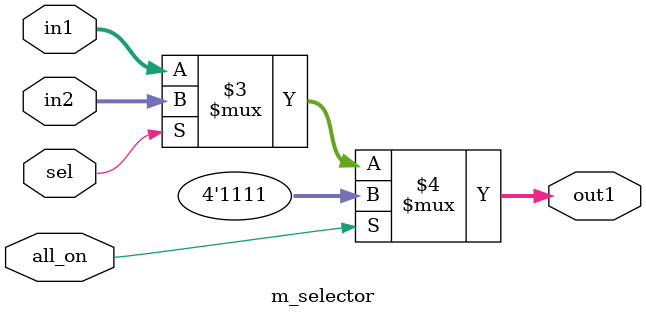
<source format=v>
module m_selector(input sel, input all_on, input [3:0] in1, input [3:0] in2, output [3:0] out1);
	assign out1 = (all_on==1'b1) ? 4'hf:
						((sel==1'b0) ? in1 : in2) ; 
endmodule 
</source>
